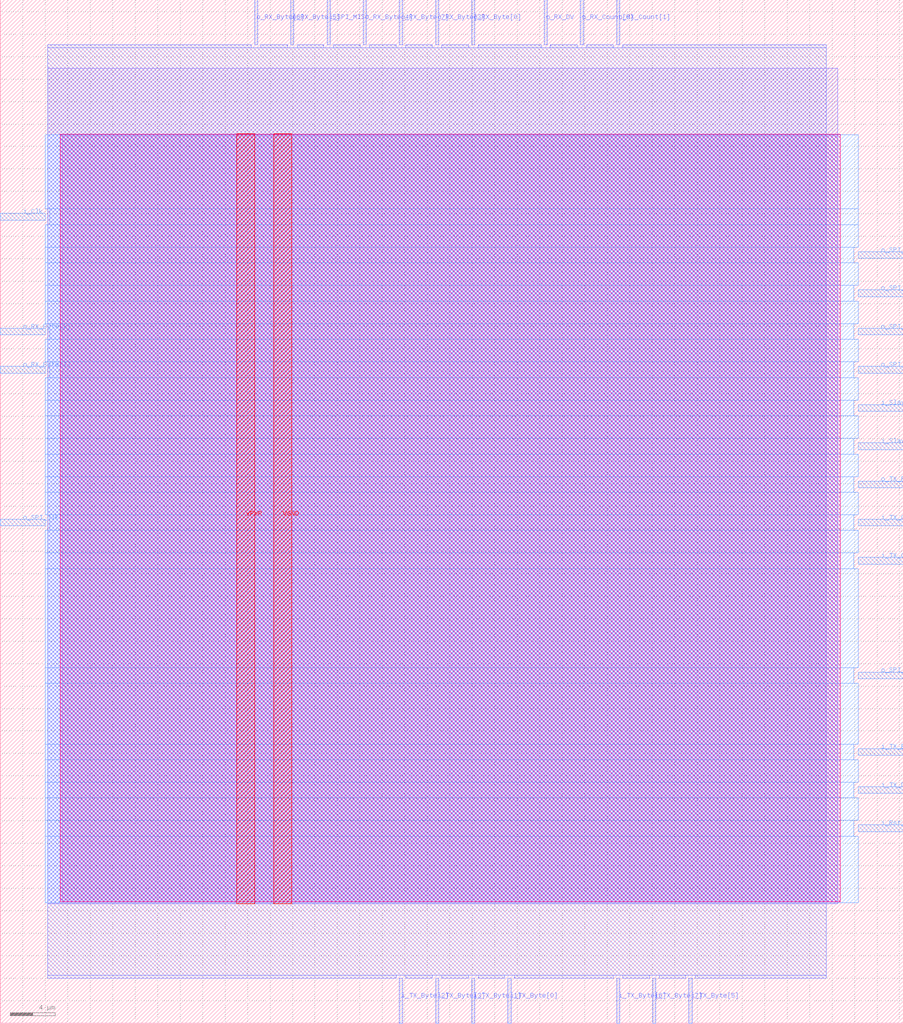
<source format=lef>
VERSION 5.7 ;
  NOWIREEXTENSIONATPIN ON ;
  DIVIDERCHAR "/" ;
  BUSBITCHARS "[]" ;
MACRO SPI_Master_With_Multi_CS
  CLASS BLOCK ;
  FOREIGN SPI_Master_With_Multi_CS ;
  ORIGIN 0.000 0.000 ;
  SIZE 80.335 BY 91.055 ;
  PIN VGND
    DIRECTION INOUT ;
    USE GROUND ;
    PORT
      LAYER met4 ;
        RECT 24.340 10.640 25.940 79.120 ;
    END
  END VGND
  PIN VPWR
    DIRECTION INOUT ;
    USE POWER ;
    PORT
      LAYER met4 ;
        RECT 21.040 10.640 22.640 79.120 ;
    END
  END VPWR
  PIN i_Clk
    DIRECTION INPUT ;
    USE SIGNAL ;
    ANTENNAGATEAREA 0.852000 ;
    PORT
      LAYER met3 ;
        RECT 0.000 71.440 4.000 72.040 ;
    END
  END i_Clk
  PIN i_Rst_L
    DIRECTION INPUT ;
    USE SIGNAL ;
    ANTENNAGATEAREA 0.196500 ;
    PORT
      LAYER met3 ;
        RECT 76.335 17.040 80.335 17.640 ;
    END
  END i_Rst_L
  PIN i_SPI_MISO
    DIRECTION INPUT ;
    USE SIGNAL ;
    ANTENNAGATEAREA 0.213000 ;
    PORT
      LAYER met2 ;
        RECT 29.070 87.055 29.350 91.055 ;
    END
  END i_SPI_MISO
  PIN i_Slave_Select[0]
    DIRECTION INPUT ;
    USE SIGNAL ;
    ANTENNAGATEAREA 0.196500 ;
    PORT
      LAYER met3 ;
        RECT 76.335 51.040 80.335 51.640 ;
    END
  END i_Slave_Select[0]
  PIN i_Slave_Select[1]
    DIRECTION INPUT ;
    USE SIGNAL ;
    ANTENNAGATEAREA 0.196500 ;
    PORT
      LAYER met3 ;
        RECT 76.335 54.440 80.335 55.040 ;
    END
  END i_Slave_Select[1]
  PIN i_TX_Byte[0]
    DIRECTION INPUT ;
    USE SIGNAL ;
    ANTENNAGATEAREA 0.196500 ;
    PORT
      LAYER met2 ;
        RECT 45.170 0.000 45.450 4.000 ;
    END
  END i_TX_Byte[0]
  PIN i_TX_Byte[1]
    DIRECTION INPUT ;
    USE SIGNAL ;
    ANTENNAGATEAREA 0.196500 ;
    PORT
      LAYER met2 ;
        RECT 41.950 0.000 42.230 4.000 ;
    END
  END i_TX_Byte[1]
  PIN i_TX_Byte[2]
    DIRECTION INPUT ;
    USE SIGNAL ;
    ANTENNAGATEAREA 0.196500 ;
    PORT
      LAYER met2 ;
        RECT 35.510 0.000 35.790 4.000 ;
    END
  END i_TX_Byte[2]
  PIN i_TX_Byte[3]
    DIRECTION INPUT ;
    USE SIGNAL ;
    ANTENNAGATEAREA 0.196500 ;
    PORT
      LAYER met2 ;
        RECT 38.730 0.000 39.010 4.000 ;
    END
  END i_TX_Byte[3]
  PIN i_TX_Byte[4]
    DIRECTION INPUT ;
    USE SIGNAL ;
    ANTENNAGATEAREA 0.196500 ;
    PORT
      LAYER met3 ;
        RECT 76.335 23.840 80.335 24.440 ;
    END
  END i_TX_Byte[4]
  PIN i_TX_Byte[5]
    DIRECTION INPUT ;
    USE SIGNAL ;
    ANTENNAGATEAREA 0.196500 ;
    PORT
      LAYER met2 ;
        RECT 61.270 0.000 61.550 4.000 ;
    END
  END i_TX_Byte[5]
  PIN i_TX_Byte[6]
    DIRECTION INPUT ;
    USE SIGNAL ;
    ANTENNAGATEAREA 0.196500 ;
    PORT
      LAYER met2 ;
        RECT 54.830 0.000 55.110 4.000 ;
    END
  END i_TX_Byte[6]
  PIN i_TX_Byte[7]
    DIRECTION INPUT ;
    USE SIGNAL ;
    ANTENNAGATEAREA 0.196500 ;
    PORT
      LAYER met2 ;
        RECT 58.050 0.000 58.330 4.000 ;
    END
  END i_TX_Byte[7]
  PIN i_TX_Count[0]
    DIRECTION INPUT ;
    USE SIGNAL ;
    ANTENNAGATEAREA 0.196500 ;
    PORT
      LAYER met3 ;
        RECT 76.335 40.840 80.335 41.440 ;
    END
  END i_TX_Count[0]
  PIN i_TX_Count[1]
    DIRECTION INPUT ;
    USE SIGNAL ;
    ANTENNAGATEAREA 0.196500 ;
    PORT
      LAYER met3 ;
        RECT 76.335 44.240 80.335 44.840 ;
    END
  END i_TX_Count[1]
  PIN i_TX_DV
    DIRECTION INPUT ;
    USE SIGNAL ;
    ANTENNAGATEAREA 0.196500 ;
    PORT
      LAYER met3 ;
        RECT 76.335 20.440 80.335 21.040 ;
    END
  END i_TX_DV
  PIN o_RX_Byte[0]
    DIRECTION OUTPUT ;
    USE SIGNAL ;
    ANTENNADIFFAREA 0.445500 ;
    PORT
      LAYER met2 ;
        RECT 41.950 87.055 42.230 91.055 ;
    END
  END o_RX_Byte[0]
  PIN o_RX_Byte[1]
    DIRECTION OUTPUT ;
    USE SIGNAL ;
    ANTENNADIFFAREA 0.445500 ;
    PORT
      LAYER met3 ;
        RECT 0.000 57.840 4.000 58.440 ;
    END
  END o_RX_Byte[1]
  PIN o_RX_Byte[2]
    DIRECTION OUTPUT ;
    USE SIGNAL ;
    ANTENNADIFFAREA 0.445500 ;
    PORT
      LAYER met3 ;
        RECT 0.000 61.240 4.000 61.840 ;
    END
  END o_RX_Byte[2]
  PIN o_RX_Byte[3]
    DIRECTION OUTPUT ;
    USE SIGNAL ;
    ANTENNADIFFAREA 0.445500 ;
    PORT
      LAYER met2 ;
        RECT 38.730 87.055 39.010 91.055 ;
    END
  END o_RX_Byte[3]
  PIN o_RX_Byte[4]
    DIRECTION OUTPUT ;
    USE SIGNAL ;
    ANTENNADIFFAREA 0.445500 ;
    PORT
      LAYER met2 ;
        RECT 32.290 87.055 32.570 91.055 ;
    END
  END o_RX_Byte[4]
  PIN o_RX_Byte[5]
    DIRECTION OUTPUT ;
    USE SIGNAL ;
    ANTENNADIFFAREA 0.445500 ;
    PORT
      LAYER met2 ;
        RECT 25.850 87.055 26.130 91.055 ;
    END
  END o_RX_Byte[5]
  PIN o_RX_Byte[6]
    DIRECTION OUTPUT ;
    USE SIGNAL ;
    ANTENNADIFFAREA 0.445500 ;
    PORT
      LAYER met2 ;
        RECT 22.630 87.055 22.910 91.055 ;
    END
  END o_RX_Byte[6]
  PIN o_RX_Byte[7]
    DIRECTION OUTPUT ;
    USE SIGNAL ;
    ANTENNADIFFAREA 0.445500 ;
    PORT
      LAYER met2 ;
        RECT 35.510 87.055 35.790 91.055 ;
    END
  END o_RX_Byte[7]
  PIN o_RX_Count[0]
    DIRECTION OUTPUT ;
    USE SIGNAL ;
    ANTENNADIFFAREA 0.445500 ;
    PORT
      LAYER met2 ;
        RECT 51.610 87.055 51.890 91.055 ;
    END
  END o_RX_Count[0]
  PIN o_RX_Count[1]
    DIRECTION OUTPUT ;
    USE SIGNAL ;
    ANTENNADIFFAREA 0.445500 ;
    PORT
      LAYER met2 ;
        RECT 54.830 87.055 55.110 91.055 ;
    END
  END o_RX_Count[1]
  PIN o_RX_DV
    DIRECTION OUTPUT ;
    USE SIGNAL ;
    ANTENNADIFFAREA 0.445500 ;
    PORT
      LAYER met2 ;
        RECT 48.390 87.055 48.670 91.055 ;
    END
  END o_RX_DV
  PIN o_SPI_CS[0]
    DIRECTION OUTPUT ;
    USE SIGNAL ;
    ANTENNADIFFAREA 0.445500 ;
    PORT
      LAYER met3 ;
        RECT 76.335 68.040 80.335 68.640 ;
    END
  END o_SPI_CS[0]
  PIN o_SPI_CS[1]
    DIRECTION OUTPUT ;
    USE SIGNAL ;
    ANTENNADIFFAREA 0.445500 ;
    PORT
      LAYER met3 ;
        RECT 76.335 64.640 80.335 65.240 ;
    END
  END o_SPI_CS[1]
  PIN o_SPI_CS[2]
    DIRECTION OUTPUT ;
    USE SIGNAL ;
    ANTENNADIFFAREA 0.445500 ;
    PORT
      LAYER met3 ;
        RECT 76.335 61.240 80.335 61.840 ;
    END
  END o_SPI_CS[2]
  PIN o_SPI_CS[3]
    DIRECTION OUTPUT ;
    USE SIGNAL ;
    ANTENNADIFFAREA 0.445500 ;
    PORT
      LAYER met3 ;
        RECT 76.335 57.840 80.335 58.440 ;
    END
  END o_SPI_CS[3]
  PIN o_SPI_Clk
    DIRECTION OUTPUT ;
    USE SIGNAL ;
    ANTENNADIFFAREA 0.445500 ;
    PORT
      LAYER met3 ;
        RECT 0.000 44.240 4.000 44.840 ;
    END
  END o_SPI_Clk
  PIN o_SPI_MOSI
    DIRECTION OUTPUT ;
    USE SIGNAL ;
    ANTENNADIFFAREA 0.445500 ;
    PORT
      LAYER met3 ;
        RECT 76.335 30.640 80.335 31.240 ;
    END
  END o_SPI_MOSI
  PIN o_TX_Ready
    DIRECTION OUTPUT ;
    USE SIGNAL ;
    ANTENNADIFFAREA 0.445500 ;
    PORT
      LAYER met3 ;
        RECT 76.335 47.640 80.335 48.240 ;
    END
  END o_TX_Ready
  OBS
      LAYER nwell ;
        RECT 5.330 10.795 74.710 79.070 ;
      LAYER li1 ;
        RECT 5.520 10.795 74.520 78.965 ;
      LAYER met1 ;
        RECT 4.210 10.640 74.520 84.960 ;
      LAYER met2 ;
        RECT 4.230 86.775 22.350 87.055 ;
        RECT 23.190 86.775 25.570 87.055 ;
        RECT 26.410 86.775 28.790 87.055 ;
        RECT 29.630 86.775 32.010 87.055 ;
        RECT 32.850 86.775 35.230 87.055 ;
        RECT 36.070 86.775 38.450 87.055 ;
        RECT 39.290 86.775 41.670 87.055 ;
        RECT 42.510 86.775 48.110 87.055 ;
        RECT 48.950 86.775 51.330 87.055 ;
        RECT 52.170 86.775 54.550 87.055 ;
        RECT 55.390 86.775 73.500 87.055 ;
        RECT 4.230 4.280 73.500 86.775 ;
        RECT 4.230 4.000 35.230 4.280 ;
        RECT 36.070 4.000 38.450 4.280 ;
        RECT 39.290 4.000 41.670 4.280 ;
        RECT 42.510 4.000 44.890 4.280 ;
        RECT 45.730 4.000 54.550 4.280 ;
        RECT 55.390 4.000 57.770 4.280 ;
        RECT 58.610 4.000 60.990 4.280 ;
        RECT 61.830 4.000 73.500 4.280 ;
      LAYER met3 ;
        RECT 3.990 72.440 76.335 79.045 ;
        RECT 4.400 71.040 76.335 72.440 ;
        RECT 3.990 69.040 76.335 71.040 ;
        RECT 3.990 67.640 75.935 69.040 ;
        RECT 3.990 65.640 76.335 67.640 ;
        RECT 3.990 64.240 75.935 65.640 ;
        RECT 3.990 62.240 76.335 64.240 ;
        RECT 4.400 60.840 75.935 62.240 ;
        RECT 3.990 58.840 76.335 60.840 ;
        RECT 4.400 57.440 75.935 58.840 ;
        RECT 3.990 55.440 76.335 57.440 ;
        RECT 3.990 54.040 75.935 55.440 ;
        RECT 3.990 52.040 76.335 54.040 ;
        RECT 3.990 50.640 75.935 52.040 ;
        RECT 3.990 48.640 76.335 50.640 ;
        RECT 3.990 47.240 75.935 48.640 ;
        RECT 3.990 45.240 76.335 47.240 ;
        RECT 4.400 43.840 75.935 45.240 ;
        RECT 3.990 41.840 76.335 43.840 ;
        RECT 3.990 40.440 75.935 41.840 ;
        RECT 3.990 31.640 76.335 40.440 ;
        RECT 3.990 30.240 75.935 31.640 ;
        RECT 3.990 24.840 76.335 30.240 ;
        RECT 3.990 23.440 75.935 24.840 ;
        RECT 3.990 21.440 76.335 23.440 ;
        RECT 3.990 20.040 75.935 21.440 ;
        RECT 3.990 18.040 76.335 20.040 ;
        RECT 3.990 16.640 75.935 18.040 ;
        RECT 3.990 10.715 76.335 16.640 ;
  END
END SPI_Master_With_Multi_CS
END LIBRARY


</source>
